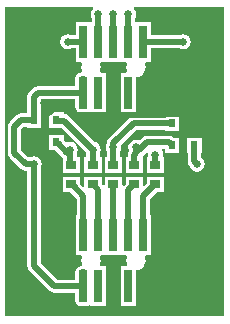
<source format=gtl>
G04*
G04 #@! TF.GenerationSoftware,Altium Limited,Altium Designer,22.7.1 (60)*
G04*
G04 Layer_Physical_Order=1*
G04 Layer_Color=25308*
%FSLAX25Y25*%
%MOIN*%
G70*
G04*
G04 #@! TF.SameCoordinates,4E350FCD-7793-4D70-B8A6-44CA439EF18F*
G04*
G04*
G04 #@! TF.FilePolarity,Positive*
G04*
G01*
G75*
%ADD13R,0.03347X0.02756*%
%ADD14R,0.02900X0.11000*%
G04:AMPARAMS|DCode=15|XSize=29mil|YSize=110mil|CornerRadius=7.25mil|HoleSize=0mil|Usage=FLASHONLY|Rotation=0.000|XOffset=0mil|YOffset=0mil|HoleType=Round|Shape=RoundedRectangle|*
%AMROUNDEDRECTD15*
21,1,0.02900,0.09550,0,0,0.0*
21,1,0.01450,0.11000,0,0,0.0*
1,1,0.01450,0.00725,-0.04775*
1,1,0.01450,-0.00725,-0.04775*
1,1,0.01450,-0.00725,0.04775*
1,1,0.01450,0.00725,0.04775*
%
%ADD15ROUNDEDRECTD15*%
%ADD16R,0.02362X0.02756*%
%ADD17R,0.04331X0.03150*%
%ADD24C,0.02000*%
%ADD25C,0.00500*%
%ADD26C,0.02600*%
G36*
X39000Y-51000D02*
X-34000D01*
Y52000D01*
X-4932D01*
X-4856Y51748D01*
X-4810Y51500D01*
X-5355Y50684D01*
X-5549Y49709D01*
X-5355Y48733D01*
X-5243Y48566D01*
Y47200D01*
X-10650D01*
Y42743D01*
X-12137D01*
X-12304Y42855D01*
X-13280Y43049D01*
X-14255Y42855D01*
X-15082Y42302D01*
X-15634Y41475D01*
X-15829Y40500D01*
X-15634Y39524D01*
X-15082Y38698D01*
X-14255Y38145D01*
X-13280Y37951D01*
X-12304Y38145D01*
X-12137Y38257D01*
X-10650D01*
Y33800D01*
X-8759D01*
X-8425Y33300D01*
X-8618Y32835D01*
X-8728Y32000D01*
X-8618Y31165D01*
X-8441Y30738D01*
X-8709Y30266D01*
X-8771Y30228D01*
X-9476Y30088D01*
X-10113Y29663D01*
X-10538Y29026D01*
X-10688Y28275D01*
Y25743D01*
X-23200D01*
X-24058Y25572D01*
X-24786Y25086D01*
X-26074Y23799D01*
X-26560Y23071D01*
X-26730Y22213D01*
Y17058D01*
X-26869D01*
Y16723D01*
X-28749D01*
X-29607Y16553D01*
X-30335Y16066D01*
X-32586Y13816D01*
X-33072Y13088D01*
X-33243Y12229D01*
Y3465D01*
X-33072Y2606D01*
X-32586Y1879D01*
X-28912Y-1795D01*
X-28184Y-2282D01*
X-27326Y-2452D01*
X-26730D01*
Y-34213D01*
X-26560Y-35071D01*
X-26074Y-35799D01*
X-19286Y-42586D01*
X-18558Y-43072D01*
X-17700Y-43243D01*
X-10688D01*
Y-45775D01*
X-10538Y-46526D01*
X-10113Y-47163D01*
X-9476Y-47588D01*
X-8725Y-47738D01*
X-7275D01*
X-6524Y-47588D01*
X-6150Y-47339D01*
X-5650Y-47606D01*
Y-47700D01*
X-350D01*
Y-34300D01*
X-2241D01*
X-2575Y-33800D01*
X-2382Y-33335D01*
X-2272Y-32500D01*
X-2382Y-31665D01*
X-2575Y-31200D01*
X-2241Y-30700D01*
X6241D01*
X6575Y-31200D01*
X6382Y-31665D01*
X6272Y-32500D01*
X6382Y-33335D01*
X6575Y-33800D01*
X6241Y-34300D01*
X4350D01*
Y-47700D01*
X9650D01*
Y-35708D01*
X10335Y-35618D01*
X11114Y-35295D01*
X11782Y-34782D01*
X12295Y-34114D01*
X12618Y-33335D01*
X12728Y-32500D01*
X12618Y-31665D01*
X12425Y-31200D01*
X12759Y-30700D01*
X14650D01*
Y-17300D01*
X14243D01*
Y-11996D01*
X16594Y-9645D01*
X18873D01*
Y-4489D01*
X13127D01*
Y-6768D01*
X12335Y-7559D01*
X11873Y-7368D01*
Y-4489D01*
X6127D01*
Y-6768D01*
X5414Y-7481D01*
X5373Y-7542D01*
X4873Y-7390D01*
Y-4489D01*
X-873D01*
Y-7178D01*
X-1373Y-7329D01*
X-1414Y-7269D01*
X-1915Y-6768D01*
Y-4489D01*
X-7661D01*
Y-7581D01*
X-8123Y-7772D01*
X-9127Y-6768D01*
Y-4489D01*
X-14873D01*
Y-9645D01*
X-12594D01*
X-10243Y-11996D01*
Y-17300D01*
X-10650D01*
Y-30700D01*
X-8759D01*
X-8425Y-31200D01*
X-8618Y-31665D01*
X-8728Y-32500D01*
X-8618Y-33335D01*
X-8441Y-33762D01*
X-8709Y-34234D01*
X-8771Y-34271D01*
X-9476Y-34412D01*
X-10113Y-34837D01*
X-10538Y-35474D01*
X-10688Y-36225D01*
Y-38757D01*
X-16771D01*
X-22244Y-33283D01*
Y-1352D01*
X-22132Y-1185D01*
X-21938Y-209D01*
X-22132Y766D01*
X-22685Y1593D01*
X-23512Y2146D01*
X-24487Y2340D01*
X-25463Y2146D01*
X-25630Y2034D01*
X-26397D01*
X-28757Y4394D01*
Y11300D01*
X-27820Y12237D01*
X-26869D01*
Y11902D01*
X-22106D01*
Y17058D01*
X-22244D01*
Y21257D01*
X-10688D01*
Y18725D01*
X-10538Y17974D01*
X-10113Y17337D01*
X-9476Y16912D01*
X-8725Y16762D01*
X-7275D01*
X-6524Y16912D01*
X-6150Y17162D01*
X-5650Y16894D01*
Y16800D01*
X-350D01*
Y30200D01*
X-2241D01*
X-2575Y30700D01*
X-2382Y31165D01*
X-2272Y32000D01*
X-2382Y32835D01*
X-2575Y33300D01*
X-2241Y33800D01*
X6241D01*
X6575Y33300D01*
X6382Y32835D01*
X6272Y32000D01*
X6382Y31165D01*
X6575Y30700D01*
X6241Y30200D01*
X4350D01*
Y16800D01*
X9650D01*
Y28792D01*
X10335Y28882D01*
X11114Y29205D01*
X11782Y29718D01*
X12295Y30386D01*
X12618Y31165D01*
X12728Y32000D01*
X12618Y32835D01*
X12425Y33300D01*
X12759Y33800D01*
X14650D01*
Y38257D01*
X24092D01*
X24259Y38145D01*
X25235Y37951D01*
X26210Y38145D01*
X27037Y38698D01*
X27590Y39524D01*
X27784Y40500D01*
X27590Y41475D01*
X27037Y42302D01*
X26210Y42855D01*
X25235Y43049D01*
X24259Y42855D01*
X24092Y42743D01*
X14650D01*
Y47200D01*
X9243D01*
Y48566D01*
X9355Y48733D01*
X9549Y49709D01*
X9355Y50684D01*
X8810Y51500D01*
X8856Y51748D01*
X8932Y52000D01*
X39000D01*
Y-51000D01*
D02*
G37*
%LPC*%
G36*
X23894Y16058D02*
X19131D01*
Y15723D01*
X8700D01*
X7842Y15553D01*
X7114Y15066D01*
X414Y8366D01*
X-72Y7639D01*
X-243Y6780D01*
Y6457D01*
X-355Y6289D01*
X-549Y5314D01*
X-355Y4338D01*
X-243Y4171D01*
Y2007D01*
X-873D01*
Y-3149D01*
X4873D01*
Y2007D01*
X4243D01*
Y4171D01*
X4355Y4338D01*
X4549Y5314D01*
X4409Y6017D01*
X9629Y11237D01*
X19131D01*
Y10902D01*
X23894D01*
Y16058D01*
D02*
G37*
G36*
X20513Y9243D02*
X13150D01*
X12292Y9072D01*
X11564Y8586D01*
X10561Y7583D01*
X10475Y7641D01*
X9500Y7835D01*
X8525Y7641D01*
X7698Y7088D01*
X7145Y6261D01*
X6951Y5286D01*
X7145Y4310D01*
X7184Y4252D01*
Y4092D01*
X6928Y3708D01*
X6757Y2850D01*
Y2007D01*
X6127D01*
Y-3149D01*
X11873D01*
Y2007D01*
X11869D01*
X11718Y2507D01*
X12054Y2732D01*
X13132Y3810D01*
X13593Y3564D01*
X13451Y2850D01*
X13542Y2394D01*
X13225Y2007D01*
X13127D01*
Y-3149D01*
X18873D01*
Y2007D01*
X18775D01*
X18458Y2394D01*
X18549Y2850D01*
X18355Y3825D01*
X18067Y4257D01*
X18334Y4757D01*
X19131D01*
Y3422D01*
X23894D01*
Y8578D01*
X22107D01*
X22099Y8586D01*
X21371Y9072D01*
X20513Y9243D01*
D02*
G37*
G36*
X31381Y8578D02*
X26619D01*
Y3422D01*
X26757D01*
Y603D01*
X26928Y-255D01*
X27414Y-983D01*
X27418Y-987D01*
X27458Y-1185D01*
X28010Y-2012D01*
X28837Y-2564D01*
X29813Y-2758D01*
X30788Y-2564D01*
X31615Y-2012D01*
X32168Y-1185D01*
X32362Y-209D01*
X32168Y766D01*
X31615Y1593D01*
X31243Y1842D01*
Y3422D01*
X31381D01*
Y8578D01*
D02*
G37*
G36*
X-14619Y17058D02*
X-19381D01*
Y11902D01*
X-15294D01*
X-7182Y3790D01*
X-7143Y3593D01*
X-7031Y3425D01*
Y2007D01*
X-7661D01*
Y-3149D01*
X-1915D01*
Y2007D01*
X-2545D01*
Y3425D01*
X-2433Y3593D01*
X-2239Y4568D01*
X-2433Y5544D01*
X-2985Y6370D01*
X-3812Y6923D01*
X-4010Y6962D01*
X-12863Y15816D01*
X-13591Y16302D01*
X-14449Y16473D01*
X-14619D01*
Y17058D01*
D02*
G37*
G36*
Y9578D02*
X-19381D01*
Y4422D01*
X-17594D01*
X-15051Y1879D01*
X-14873Y1760D01*
Y-3149D01*
X-9127D01*
Y2007D01*
X-10118D01*
Y3425D01*
X-10007Y3593D01*
X-9813Y4568D01*
X-10007Y5544D01*
X-10559Y6370D01*
X-11386Y6923D01*
X-12361Y7117D01*
X-13337Y6923D01*
X-13585Y6757D01*
X-14619Y7791D01*
Y9578D01*
D02*
G37*
%LPD*%
D13*
X2000Y-571D02*
D03*
Y-7067D02*
D03*
X16000D02*
D03*
Y-571D02*
D03*
X9000Y-7067D02*
D03*
Y-571D02*
D03*
X-4788Y-7067D02*
D03*
Y-571D02*
D03*
X-12000Y-7067D02*
D03*
Y-571D02*
D03*
D14*
X12000Y40500D02*
D03*
X7000D02*
D03*
X2000D02*
D03*
X-3000D02*
D03*
X-8000D02*
D03*
X-3000Y23500D02*
D03*
X2000D02*
D03*
X7000D02*
D03*
X12000D02*
D03*
Y-24000D02*
D03*
X7000D02*
D03*
X2000D02*
D03*
X-3000D02*
D03*
X-8000D02*
D03*
X-3000Y-41000D02*
D03*
X2000D02*
D03*
X7000D02*
D03*
X12000D02*
D03*
D15*
X-8000Y23500D02*
D03*
Y-41000D02*
D03*
D16*
X-24487Y14480D02*
D03*
X-17000D02*
D03*
Y7000D02*
D03*
X29000Y6000D02*
D03*
X21513D02*
D03*
Y13480D02*
D03*
D17*
X-23700Y7000D02*
D03*
X28213Y13480D02*
D03*
D24*
X2000Y-571D02*
Y5314D01*
X28803Y13480D02*
X34000D01*
X28213D02*
X28803D01*
X34000D02*
Y18261D01*
X-21000Y9700D02*
Y15302D01*
Y20000D01*
X18343Y-49657D02*
X35000Y-33000D01*
X12000Y-49657D02*
X18343D01*
X12000D02*
Y-41000D01*
X2000Y-48485D02*
Y-41000D01*
Y-48485D02*
X3172Y-49657D01*
X12000D01*
X7000Y40500D02*
Y49709D01*
X2000Y40500D02*
Y49709D01*
X-3000Y40926D02*
Y49709D01*
X-3213Y40713D02*
X-3000Y40926D01*
X-31000Y3465D02*
Y12229D01*
Y3465D02*
X-27326Y-209D01*
X-31000Y12229D02*
X-28749Y14480D01*
X-24487D01*
X12000Y40500D02*
X25235D01*
X16000Y-571D02*
Y2850D01*
X-24487Y14480D02*
Y22213D01*
X-23200Y23500D01*
X-8000D01*
X10828Y16080D02*
X19291D01*
X28803Y13480D02*
X29378Y12905D01*
Y12315D02*
Y12905D01*
Y12315D02*
X35000Y6693D01*
Y-33000D02*
Y6693D01*
X-24487Y-34213D02*
Y-209D01*
X-17700Y-41000D02*
X-8000D01*
X-24487Y-34213D02*
X-17700Y-41000D01*
X-10550Y16000D02*
X1278D01*
X2450Y17172D01*
X-18000Y18261D02*
X-12811D01*
X-10550Y16000D01*
X-21000Y15302D02*
X-18844Y17458D01*
X-18802D01*
X-18000Y18261D01*
X-23700Y7000D02*
X-23110D01*
X-22535Y7575D01*
Y8165D01*
X-21000Y9700D01*
X-27326Y-209D02*
X-24487D01*
X29000Y603D02*
Y6000D01*
Y603D02*
X29813Y-209D01*
X27622Y13480D02*
X28213D01*
X27047Y14055D02*
X27622Y13480D01*
X27047Y14055D02*
Y14646D01*
X25235Y16458D02*
X27047Y14646D01*
X19669Y16458D02*
X25235D01*
X19291Y16080D02*
X19669Y16458D01*
X7623Y16080D02*
X10828D01*
X11550Y23050D02*
X12000Y23500D01*
X11550Y16802D02*
Y23050D01*
X10828Y16080D02*
X11550Y16802D01*
X2450Y17172D02*
X3622Y16000D01*
X7543D01*
X7623Y16080D01*
X10468Y4318D02*
X13150Y7000D01*
X9427Y5213D02*
X9500Y5286D01*
X9427Y3277D02*
Y5213D01*
X9000Y2850D02*
X9427Y3277D01*
X2000Y5314D02*
Y6780D01*
X-3213Y40713D02*
X-3000Y40500D01*
X-16622Y6622D02*
X-13465Y3465D01*
X-13280Y40500D02*
X-8000D01*
X-12361Y-209D02*
Y4568D01*
X21513Y6000D02*
Y6197D01*
X21331Y6378D02*
X21513Y6197D01*
X21135Y6378D02*
X21331D01*
X20513Y7000D02*
X21135Y6378D01*
X13150Y7000D02*
X20513D01*
X9000Y-571D02*
Y2850D01*
X8700Y13480D02*
X21513D01*
X2000Y6780D02*
X8700Y13480D01*
X-17000Y14411D02*
Y14480D01*
Y14411D02*
X-16819Y14230D01*
X-14449D01*
X-4788Y4568D01*
Y-571D02*
Y4568D01*
X-12361Y-209D02*
X-12000Y-571D01*
X-16819Y6622D02*
X-16622D01*
X-17000Y6803D02*
X-16819Y6622D01*
X-17000Y6803D02*
Y7000D01*
X-8000Y-24000D02*
Y-11067D01*
X-11327Y-7740D02*
X-8000Y-11067D01*
X-11327Y-7740D02*
Y-7445D01*
X-11705Y-7067D02*
X-11327Y-7445D01*
X-12000Y-7067D02*
X-11705D01*
X-3000Y-24000D02*
Y-8855D01*
X-4115Y-7740D02*
X-3000Y-8855D01*
X-4115Y-7740D02*
Y-7445D01*
X-4493Y-7067D02*
X-4115Y-7445D01*
X-4788Y-7067D02*
X-4493D01*
X2000Y-24000D02*
Y-7067D01*
X7000Y-24000D02*
Y-9067D01*
X8327Y-7740D01*
Y-7445D01*
X8705Y-7067D01*
X9000D01*
X12000Y-24000D02*
Y-11067D01*
X15327Y-7740D01*
Y-7445D01*
X15705Y-7067D01*
X16000D01*
D25*
X9500Y32000D02*
D03*
X-5500D02*
D03*
X9500Y-32500D02*
D03*
X-5500D02*
D03*
D26*
X2000Y5314D02*
D03*
X34000Y18261D02*
D03*
X-21000Y20000D02*
D03*
X7000Y49709D02*
D03*
X2000D02*
D03*
X-3000D02*
D03*
X25235Y40500D02*
D03*
X16000Y2850D02*
D03*
X-24487Y-209D02*
D03*
X29813D02*
D03*
X9500Y5286D02*
D03*
X-4788Y4568D02*
D03*
X-13280Y40500D02*
D03*
X-12361Y4568D02*
D03*
M02*

</source>
